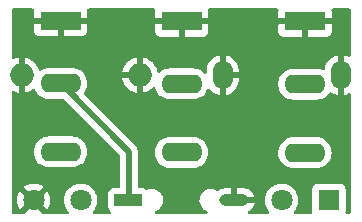
<source format=gbr>
%TF.GenerationSoftware,KiCad,Pcbnew,(6.0.2-0)*%
%TF.CreationDate,2022-07-29T18:45:40+02:00*%
%TF.ProjectId,2xMixer,32784d69-7865-4722-9e6b-696361645f70,rev?*%
%TF.SameCoordinates,Original*%
%TF.FileFunction,Copper,L2,Bot*%
%TF.FilePolarity,Positive*%
%FSLAX46Y46*%
G04 Gerber Fmt 4.6, Leading zero omitted, Abs format (unit mm)*
G04 Created by KiCad (PCBNEW (6.0.2-0)) date 2022-07-29 18:45:40*
%MOMM*%
%LPD*%
G01*
G04 APERTURE LIST*
%TA.AperFunction,ComponentPad*%
%ADD10R,3.500000X1.600000*%
%TD*%
%TA.AperFunction,ComponentPad*%
%ADD11O,3.500000X1.600000*%
%TD*%
%TA.AperFunction,ComponentPad*%
%ADD12O,2.000000X2.000000*%
%TD*%
%TA.AperFunction,ComponentPad*%
%ADD13R,2.400000X1.000000*%
%TD*%
%TA.AperFunction,ComponentPad*%
%ADD14C,1.800000*%
%TD*%
%TA.AperFunction,ComponentPad*%
%ADD15O,1.700000X2.400000*%
%TD*%
%TA.AperFunction,ComponentPad*%
%ADD16R,1.800000X1.800000*%
%TD*%
%TA.AperFunction,ComponentPad*%
%ADD17O,2.500000X1.000000*%
%TD*%
%TA.AperFunction,Conductor*%
%ADD18C,0.500000*%
%TD*%
G04 APERTURE END LIST*
D10*
%TO.P,J1,S*%
%TO.N,GND*%
X133200000Y-66212500D03*
D11*
%TO.P,J1,T*%
%TO.N,Net-(J1-PadT)*%
X133200000Y-71512500D03*
%TO.P,J1,TN*%
%TO.N,unconnected-(J1-PadTN)*%
X133200000Y-77312500D03*
%TD*%
D10*
%TO.P,J2,S*%
%TO.N,GND*%
X112500000Y-66150000D03*
D11*
%TO.P,J2,T*%
%TO.N,Net-(J2-PadT)*%
X112500000Y-71450000D03*
%TO.P,J2,TN*%
%TO.N,unconnected-(J2-PadTN)*%
X112500000Y-77250000D03*
%TD*%
D10*
%TO.P,J3,S*%
%TO.N,GND*%
X122750000Y-66190000D03*
D11*
%TO.P,J3,T*%
%TO.N,Net-(J3-PadT)*%
X122750000Y-71490000D03*
%TO.P,J3,TN*%
%TO.N,unconnected-(J3-PadTN)*%
X122750000Y-77290000D03*
%TD*%
D12*
%TO.P,RV2,*%
%TO.N,GND*%
X109225000Y-70750000D03*
X119225000Y-70750000D03*
D13*
%TO.P,RV2,1,1*%
%TO.N,Net-(J2-PadT)*%
X118225000Y-81350000D03*
D14*
%TO.P,RV2,2,2*%
%TO.N,Net-(R2-Pad1)*%
X114213000Y-81350000D03*
%TO.P,RV2,3,3*%
%TO.N,GND*%
X110225000Y-81350000D03*
%TD*%
D15*
%TO.P,RV1,*%
%TO.N,GND*%
X136225000Y-70750000D03*
X126225000Y-70750000D03*
D16*
%TO.P,RV1,1,1*%
%TO.N,Net-(J1-PadT)*%
X135225000Y-81350000D03*
D14*
%TO.P,RV1,2,2*%
%TO.N,Net-(R1-Pad1)*%
X131213000Y-81350000D03*
D17*
%TO.P,RV1,3,3*%
%TO.N,GND*%
X127225000Y-81350000D03*
%TD*%
D18*
%TO.N,Net-(J2-PadT)*%
X118300000Y-81400000D02*
X118300000Y-77250000D01*
X118300000Y-77250000D02*
X112500000Y-71450000D01*
%TD*%
%TA.AperFunction,Conductor*%
%TO.N,GND*%
G36*
X110190757Y-65128002D02*
G01*
X110237250Y-65181658D01*
X110247899Y-65247607D01*
X110242369Y-65298512D01*
X110242000Y-65305328D01*
X110242000Y-65877885D01*
X110246475Y-65893124D01*
X110247865Y-65894329D01*
X110255548Y-65896000D01*
X114739884Y-65896000D01*
X114755123Y-65891525D01*
X114756328Y-65890135D01*
X114757999Y-65882452D01*
X114757999Y-65305331D01*
X114757630Y-65298512D01*
X114752100Y-65247606D01*
X114764629Y-65177724D01*
X114812950Y-65125709D01*
X114877363Y-65108000D01*
X120381352Y-65108000D01*
X120449473Y-65128002D01*
X120495966Y-65181658D01*
X120506070Y-65251932D01*
X120502829Y-65264585D01*
X120503349Y-65264709D01*
X120497895Y-65287649D01*
X120492369Y-65338514D01*
X120492000Y-65345328D01*
X120492000Y-65917885D01*
X120496475Y-65933124D01*
X120497865Y-65934329D01*
X120505548Y-65936000D01*
X124989884Y-65936000D01*
X125005123Y-65931525D01*
X125006328Y-65930135D01*
X125007999Y-65922452D01*
X125007999Y-65345331D01*
X125007629Y-65338510D01*
X125002105Y-65287648D01*
X124996651Y-65264707D01*
X124999625Y-65264000D01*
X124995482Y-65207426D01*
X125029401Y-65145056D01*
X125091655Y-65110925D01*
X125118648Y-65108000D01*
X130839787Y-65108000D01*
X130907908Y-65128002D01*
X130954401Y-65181658D01*
X130964505Y-65251932D01*
X130957769Y-65278230D01*
X130951522Y-65294895D01*
X130947895Y-65310149D01*
X130942369Y-65361014D01*
X130942000Y-65367828D01*
X130942000Y-65940385D01*
X130946475Y-65955624D01*
X130947865Y-65956829D01*
X130955548Y-65958500D01*
X135439884Y-65958500D01*
X135455123Y-65954025D01*
X135456328Y-65952635D01*
X135457999Y-65944952D01*
X135457999Y-65367831D01*
X135457629Y-65361010D01*
X135452105Y-65310148D01*
X135448479Y-65294897D01*
X135442231Y-65278230D01*
X135437048Y-65207423D01*
X135470968Y-65145054D01*
X135533223Y-65110925D01*
X135560213Y-65108000D01*
X136941000Y-65108000D01*
X137009121Y-65128002D01*
X137055614Y-65181658D01*
X137067000Y-65234000D01*
X137067000Y-69099207D01*
X137046998Y-69167328D01*
X136993342Y-69213821D01*
X136923068Y-69223925D01*
X136883895Y-69211524D01*
X136742516Y-69139643D01*
X136732665Y-69135643D01*
X136522760Y-69070466D01*
X136512376Y-69068183D01*
X136496957Y-69066139D01*
X136482793Y-69068335D01*
X136479000Y-69081522D01*
X136479000Y-72416192D01*
X136482973Y-72429723D01*
X136493580Y-72431248D01*
X136611421Y-72406523D01*
X136621617Y-72403463D01*
X136826029Y-72322737D01*
X136835561Y-72318006D01*
X136875634Y-72293689D01*
X136944248Y-72275450D01*
X137011830Y-72297201D01*
X137056925Y-72352037D01*
X137067000Y-72401408D01*
X137067000Y-82366000D01*
X137046998Y-82434121D01*
X136993342Y-82480614D01*
X136941000Y-82492000D01*
X136752869Y-82492000D01*
X136684748Y-82471998D01*
X136638255Y-82418342D01*
X136627606Y-82352393D01*
X136633131Y-82301533D01*
X136633131Y-82301529D01*
X136633500Y-82298134D01*
X136633500Y-80401866D01*
X136626745Y-80339684D01*
X136575615Y-80203295D01*
X136488261Y-80086739D01*
X136371705Y-79999385D01*
X136235316Y-79948255D01*
X136173134Y-79941500D01*
X134276866Y-79941500D01*
X134214684Y-79948255D01*
X134078295Y-79999385D01*
X133961739Y-80086739D01*
X133874385Y-80203295D01*
X133823255Y-80339684D01*
X133816500Y-80401866D01*
X133816500Y-82298134D01*
X133816869Y-82301529D01*
X133816869Y-82301533D01*
X133822394Y-82352393D01*
X133809866Y-82422275D01*
X133761545Y-82474291D01*
X133697131Y-82492000D01*
X132367461Y-82492000D01*
X132299340Y-82471998D01*
X132252847Y-82418342D01*
X132242743Y-82348068D01*
X132272237Y-82283488D01*
X132278523Y-82276747D01*
X132285643Y-82269652D01*
X132289303Y-82266005D01*
X132424458Y-82077917D01*
X132426879Y-82073020D01*
X132524784Y-81874922D01*
X132524785Y-81874920D01*
X132527078Y-81870280D01*
X132594408Y-81648671D01*
X132624640Y-81419041D01*
X132624723Y-81415663D01*
X132626245Y-81353365D01*
X132626245Y-81353361D01*
X132626327Y-81350000D01*
X132614112Y-81201425D01*
X132607773Y-81124318D01*
X132607772Y-81124312D01*
X132607349Y-81119167D01*
X132573797Y-80985592D01*
X132552184Y-80899544D01*
X132552183Y-80899540D01*
X132550925Y-80894533D01*
X132539017Y-80867146D01*
X132460630Y-80686868D01*
X132460628Y-80686865D01*
X132458570Y-80682131D01*
X132332764Y-80487665D01*
X132316204Y-80469465D01*
X132254693Y-80401866D01*
X132176887Y-80316358D01*
X132172836Y-80313159D01*
X132172832Y-80313155D01*
X131999177Y-80176011D01*
X131999172Y-80176008D01*
X131995123Y-80172810D01*
X131990607Y-80170317D01*
X131990604Y-80170315D01*
X131796879Y-80063373D01*
X131796875Y-80063371D01*
X131792355Y-80060876D01*
X131787486Y-80059152D01*
X131787482Y-80059150D01*
X131578903Y-79985288D01*
X131578899Y-79985287D01*
X131574028Y-79983562D01*
X131568935Y-79982655D01*
X131568932Y-79982654D01*
X131351095Y-79943851D01*
X131351089Y-79943850D01*
X131346006Y-79942945D01*
X131273096Y-79942054D01*
X131119581Y-79940179D01*
X131119579Y-79940179D01*
X131114411Y-79940116D01*
X130885464Y-79975150D01*
X130665314Y-80047106D01*
X130660726Y-80049494D01*
X130660722Y-80049496D01*
X130464461Y-80151663D01*
X130459872Y-80154052D01*
X130455739Y-80157155D01*
X130455736Y-80157157D01*
X130383088Y-80211703D01*
X130274655Y-80293117D01*
X130225193Y-80344876D01*
X130151494Y-80421998D01*
X130114639Y-80460564D01*
X130111725Y-80464836D01*
X130111724Y-80464837D01*
X130075695Y-80517654D01*
X129984119Y-80651899D01*
X129886602Y-80861981D01*
X129824707Y-81085169D01*
X129800095Y-81315469D01*
X129800392Y-81320622D01*
X129800392Y-81320625D01*
X129813129Y-81541529D01*
X129813427Y-81546697D01*
X129814564Y-81551743D01*
X129814565Y-81551749D01*
X129844516Y-81684649D01*
X129864346Y-81772642D01*
X129866288Y-81777424D01*
X129866289Y-81777428D01*
X129943557Y-81967715D01*
X129951484Y-81987237D01*
X130072501Y-82184719D01*
X130082741Y-82196540D01*
X130158070Y-82283503D01*
X130187552Y-82348088D01*
X130177437Y-82418361D01*
X130130936Y-82472009D01*
X130062832Y-82492000D01*
X128479755Y-82492000D01*
X128411634Y-82471998D01*
X128365141Y-82418342D01*
X128355037Y-82348068D01*
X128384531Y-82283488D01*
X128420602Y-82254748D01*
X128530077Y-82196540D01*
X128540294Y-82189751D01*
X128683933Y-82072603D01*
X128692637Y-82063959D01*
X128810784Y-81921144D01*
X128817644Y-81910973D01*
X128905804Y-81747924D01*
X128910556Y-81736619D01*
X128946250Y-81621308D01*
X128946456Y-81607205D01*
X128939701Y-81604000D01*
X127097000Y-81604000D01*
X127028879Y-81583998D01*
X126982386Y-81530342D01*
X126971000Y-81478000D01*
X126971000Y-81077885D01*
X127479000Y-81077885D01*
X127483475Y-81093124D01*
X127484865Y-81094329D01*
X127492548Y-81096000D01*
X128932924Y-81096000D01*
X128946455Y-81092027D01*
X128947575Y-81084232D01*
X128915862Y-80976479D01*
X128911269Y-80965111D01*
X128825393Y-80800846D01*
X128818679Y-80790585D01*
X128702532Y-80646127D01*
X128693954Y-80637368D01*
X128551961Y-80518222D01*
X128541841Y-80511292D01*
X128379415Y-80421998D01*
X128368142Y-80417166D01*
X128191462Y-80361120D01*
X128179468Y-80358570D01*
X128035239Y-80342393D01*
X128028215Y-80342000D01*
X127497115Y-80342000D01*
X127481876Y-80346475D01*
X127480671Y-80347865D01*
X127479000Y-80355548D01*
X127479000Y-81077885D01*
X126971000Y-81077885D01*
X126971000Y-80360115D01*
X126966525Y-80344876D01*
X126965135Y-80343671D01*
X126957452Y-80342000D01*
X126428343Y-80342000D01*
X126422195Y-80342301D01*
X126284397Y-80355812D01*
X126272362Y-80358195D01*
X126094924Y-80411767D01*
X126083584Y-80416441D01*
X125919923Y-80503460D01*
X125909701Y-80510252D01*
X125881912Y-80532915D01*
X125816480Y-80560468D01*
X125746539Y-80548272D01*
X125730015Y-80538489D01*
X125695025Y-80513989D01*
X125619619Y-80481358D01*
X125522175Y-80439190D01*
X125522171Y-80439189D01*
X125516316Y-80436655D01*
X125510069Y-80435350D01*
X125510066Y-80435349D01*
X125330443Y-80397824D01*
X125330438Y-80397823D01*
X125325707Y-80396835D01*
X125319315Y-80396500D01*
X125176337Y-80396500D01*
X125107049Y-80403538D01*
X125037622Y-80410590D01*
X125037621Y-80410590D01*
X125031273Y-80411235D01*
X125012347Y-80417166D01*
X124851549Y-80467556D01*
X124851544Y-80467558D01*
X124845459Y-80469465D01*
X124784131Y-80503460D01*
X124680729Y-80560777D01*
X124680726Y-80560779D01*
X124675150Y-80563870D01*
X124670309Y-80568019D01*
X124670305Y-80568022D01*
X124566975Y-80656587D01*
X124527302Y-80690591D01*
X124407954Y-80844453D01*
X124405138Y-80850176D01*
X124405136Y-80850179D01*
X124361608Y-80938640D01*
X124321982Y-81019171D01*
X124320373Y-81025349D01*
X124320372Y-81025351D01*
X124298477Y-81109409D01*
X124272898Y-81207607D01*
X124272564Y-81213986D01*
X124265436Y-81350000D01*
X124262707Y-81402064D01*
X124291825Y-81594599D01*
X124294028Y-81600585D01*
X124294029Y-81600591D01*
X124356860Y-81771360D01*
X124356862Y-81771365D01*
X124359063Y-81777346D01*
X124362425Y-81782768D01*
X124441916Y-81910973D01*
X124461674Y-81942840D01*
X124466055Y-81947473D01*
X124466056Y-81947474D01*
X124529312Y-82014366D01*
X124595466Y-82084322D01*
X124600696Y-82087984D01*
X124600697Y-82087985D01*
X124667391Y-82134684D01*
X124754975Y-82196011D01*
X124869953Y-82245766D01*
X124880576Y-82250363D01*
X124935151Y-82295774D01*
X124956511Y-82363481D01*
X124937875Y-82431988D01*
X124885159Y-82479544D01*
X124830536Y-82492000D01*
X120625528Y-82492000D01*
X120557407Y-82471998D01*
X120510914Y-82418342D01*
X120500810Y-82348068D01*
X120530304Y-82283488D01*
X120587849Y-82245766D01*
X120598450Y-82242444D01*
X120598452Y-82242443D01*
X120604541Y-82240535D01*
X120698193Y-82188622D01*
X120769271Y-82149223D01*
X120769274Y-82149221D01*
X120774850Y-82146130D01*
X120779691Y-82141981D01*
X120779695Y-82141978D01*
X120917855Y-82023560D01*
X120922698Y-82019409D01*
X120951367Y-81982450D01*
X121038131Y-81870594D01*
X121042046Y-81865547D01*
X121082779Y-81782768D01*
X121125200Y-81696556D01*
X121128018Y-81690829D01*
X121137737Y-81653517D01*
X121175492Y-81508575D01*
X121175492Y-81508572D01*
X121177102Y-81502393D01*
X121184417Y-81362811D01*
X121186959Y-81314317D01*
X121186959Y-81314313D01*
X121187293Y-81307936D01*
X121158175Y-81115401D01*
X121155972Y-81109415D01*
X121155971Y-81109409D01*
X121093140Y-80938640D01*
X121093138Y-80938635D01*
X121090937Y-80932654D01*
X121009212Y-80800846D01*
X120991688Y-80772582D01*
X120991687Y-80772581D01*
X120988326Y-80767160D01*
X120969773Y-80747540D01*
X120858919Y-80630315D01*
X120854534Y-80625678D01*
X120765125Y-80563073D01*
X120700259Y-80517654D01*
X120695025Y-80513989D01*
X120619619Y-80481358D01*
X120522175Y-80439190D01*
X120522171Y-80439189D01*
X120516316Y-80436655D01*
X120510069Y-80435350D01*
X120510066Y-80435349D01*
X120330443Y-80397824D01*
X120330438Y-80397823D01*
X120325707Y-80396835D01*
X120319315Y-80396500D01*
X120176337Y-80396500D01*
X120107049Y-80403538D01*
X120037622Y-80410590D01*
X120037621Y-80410590D01*
X120031273Y-80411235D01*
X119850466Y-80467896D01*
X119779482Y-80469180D01*
X119737223Y-80448488D01*
X119695430Y-80417166D01*
X119671705Y-80399385D01*
X119535316Y-80348255D01*
X119473134Y-80341500D01*
X119184500Y-80341500D01*
X119116379Y-80321498D01*
X119069886Y-80267842D01*
X119058500Y-80215500D01*
X119058500Y-77317070D01*
X119059933Y-77298120D01*
X119061169Y-77290000D01*
X120486502Y-77290000D01*
X120506457Y-77518087D01*
X120507881Y-77523400D01*
X120507881Y-77523402D01*
X120511018Y-77535107D01*
X120565716Y-77739243D01*
X120568039Y-77744224D01*
X120568039Y-77744225D01*
X120660151Y-77941762D01*
X120660154Y-77941767D01*
X120662477Y-77946749D01*
X120735902Y-78051611D01*
X120765794Y-78094300D01*
X120793802Y-78134300D01*
X120955700Y-78296198D01*
X120960208Y-78299355D01*
X120960211Y-78299357D01*
X121038389Y-78354098D01*
X121143251Y-78427523D01*
X121148233Y-78429846D01*
X121148238Y-78429849D01*
X121345775Y-78521961D01*
X121350757Y-78524284D01*
X121356065Y-78525706D01*
X121356067Y-78525707D01*
X121566598Y-78582119D01*
X121566600Y-78582119D01*
X121571913Y-78583543D01*
X121671480Y-78592254D01*
X121740149Y-78598262D01*
X121740156Y-78598262D01*
X121742873Y-78598500D01*
X123757127Y-78598500D01*
X123759844Y-78598262D01*
X123759851Y-78598262D01*
X123828520Y-78592254D01*
X123928087Y-78583543D01*
X123933400Y-78582119D01*
X123933402Y-78582119D01*
X124143933Y-78525707D01*
X124143935Y-78525706D01*
X124149243Y-78524284D01*
X124154225Y-78521961D01*
X124351762Y-78429849D01*
X124351767Y-78429846D01*
X124356749Y-78427523D01*
X124461611Y-78354098D01*
X124539789Y-78299357D01*
X124539792Y-78299355D01*
X124544300Y-78296198D01*
X124706198Y-78134300D01*
X124734207Y-78094300D01*
X124764098Y-78051611D01*
X124837523Y-77946749D01*
X124839846Y-77941767D01*
X124839849Y-77941762D01*
X124931961Y-77744225D01*
X124931961Y-77744224D01*
X124934284Y-77739243D01*
X124988983Y-77535107D01*
X124992119Y-77523402D01*
X124992119Y-77523400D01*
X124993543Y-77518087D01*
X125011530Y-77312500D01*
X130936502Y-77312500D01*
X130956457Y-77540587D01*
X131015716Y-77761743D01*
X131018039Y-77766724D01*
X131018039Y-77766725D01*
X131110151Y-77964262D01*
X131110154Y-77964267D01*
X131112477Y-77969249D01*
X131115634Y-77973757D01*
X131224889Y-78129789D01*
X131243802Y-78156800D01*
X131405700Y-78318698D01*
X131410208Y-78321855D01*
X131410211Y-78321857D01*
X131488389Y-78376598D01*
X131593251Y-78450023D01*
X131598233Y-78452346D01*
X131598238Y-78452349D01*
X131794834Y-78544022D01*
X131800757Y-78546784D01*
X131806065Y-78548206D01*
X131806067Y-78548207D01*
X132016598Y-78604619D01*
X132016600Y-78604619D01*
X132021913Y-78606043D01*
X132121480Y-78614754D01*
X132190149Y-78620762D01*
X132190156Y-78620762D01*
X132192873Y-78621000D01*
X134207127Y-78621000D01*
X134209844Y-78620762D01*
X134209851Y-78620762D01*
X134278520Y-78614754D01*
X134378087Y-78606043D01*
X134383400Y-78604619D01*
X134383402Y-78604619D01*
X134593933Y-78548207D01*
X134593935Y-78548206D01*
X134599243Y-78546784D01*
X134605166Y-78544022D01*
X134801762Y-78452349D01*
X134801767Y-78452346D01*
X134806749Y-78450023D01*
X134911611Y-78376598D01*
X134989789Y-78321857D01*
X134989792Y-78321855D01*
X134994300Y-78318698D01*
X135156198Y-78156800D01*
X135175112Y-78129789D01*
X135284366Y-77973757D01*
X135287523Y-77969249D01*
X135289846Y-77964267D01*
X135289849Y-77964262D01*
X135381961Y-77766725D01*
X135381961Y-77766724D01*
X135384284Y-77761743D01*
X135443543Y-77540587D01*
X135463498Y-77312500D01*
X135443543Y-77084413D01*
X135440838Y-77074319D01*
X135385707Y-76868567D01*
X135385706Y-76868565D01*
X135384284Y-76863257D01*
X135352817Y-76795775D01*
X135289849Y-76660738D01*
X135289846Y-76660733D01*
X135287523Y-76655751D01*
X135156198Y-76468200D01*
X134994300Y-76306302D01*
X134989792Y-76303145D01*
X134989789Y-76303143D01*
X134900529Y-76240643D01*
X134806749Y-76174977D01*
X134801767Y-76172654D01*
X134801762Y-76172651D01*
X134604225Y-76080539D01*
X134604224Y-76080539D01*
X134599243Y-76078216D01*
X134593935Y-76076794D01*
X134593933Y-76076793D01*
X134383402Y-76020381D01*
X134383400Y-76020381D01*
X134378087Y-76018957D01*
X134278520Y-76010246D01*
X134209851Y-76004238D01*
X134209844Y-76004238D01*
X134207127Y-76004000D01*
X132192873Y-76004000D01*
X132190156Y-76004238D01*
X132190149Y-76004238D01*
X132121480Y-76010246D01*
X132021913Y-76018957D01*
X132016600Y-76020381D01*
X132016598Y-76020381D01*
X131806067Y-76076793D01*
X131806065Y-76076794D01*
X131800757Y-76078216D01*
X131795776Y-76080539D01*
X131795775Y-76080539D01*
X131598238Y-76172651D01*
X131598233Y-76172654D01*
X131593251Y-76174977D01*
X131499471Y-76240643D01*
X131410211Y-76303143D01*
X131410208Y-76303145D01*
X131405700Y-76306302D01*
X131243802Y-76468200D01*
X131112477Y-76655751D01*
X131110154Y-76660733D01*
X131110151Y-76660738D01*
X131047183Y-76795775D01*
X131015716Y-76863257D01*
X131014294Y-76868565D01*
X131014293Y-76868567D01*
X130959162Y-77074319D01*
X130956457Y-77084413D01*
X130936502Y-77312500D01*
X125011530Y-77312500D01*
X125013498Y-77290000D01*
X124993543Y-77061913D01*
X124978481Y-77005702D01*
X124935707Y-76846067D01*
X124935706Y-76846065D01*
X124934284Y-76840757D01*
X124901057Y-76769500D01*
X124839849Y-76638238D01*
X124839846Y-76638233D01*
X124837523Y-76633251D01*
X124764098Y-76528389D01*
X124709357Y-76450211D01*
X124709355Y-76450208D01*
X124706198Y-76445700D01*
X124544300Y-76283802D01*
X124539792Y-76280645D01*
X124539789Y-76280643D01*
X124461611Y-76225902D01*
X124356749Y-76152477D01*
X124351767Y-76150154D01*
X124351762Y-76150151D01*
X124154225Y-76058039D01*
X124154224Y-76058039D01*
X124149243Y-76055716D01*
X124143935Y-76054294D01*
X124143933Y-76054293D01*
X123933402Y-75997881D01*
X123933400Y-75997881D01*
X123928087Y-75996457D01*
X123828520Y-75987746D01*
X123759851Y-75981738D01*
X123759844Y-75981738D01*
X123757127Y-75981500D01*
X121742873Y-75981500D01*
X121740156Y-75981738D01*
X121740149Y-75981738D01*
X121671480Y-75987746D01*
X121571913Y-75996457D01*
X121566600Y-75997881D01*
X121566598Y-75997881D01*
X121356067Y-76054293D01*
X121356065Y-76054294D01*
X121350757Y-76055716D01*
X121345776Y-76058039D01*
X121345775Y-76058039D01*
X121148238Y-76150151D01*
X121148233Y-76150154D01*
X121143251Y-76152477D01*
X121038389Y-76225902D01*
X120960211Y-76280643D01*
X120960208Y-76280645D01*
X120955700Y-76283802D01*
X120793802Y-76445700D01*
X120790645Y-76450208D01*
X120790643Y-76450211D01*
X120735902Y-76528389D01*
X120662477Y-76633251D01*
X120660154Y-76638233D01*
X120660151Y-76638238D01*
X120598943Y-76769500D01*
X120565716Y-76840757D01*
X120564294Y-76846065D01*
X120564293Y-76846067D01*
X120521519Y-77005702D01*
X120506457Y-77061913D01*
X120486502Y-77290000D01*
X119061169Y-77290000D01*
X119062099Y-77283885D01*
X119062099Y-77283881D01*
X119063199Y-77276651D01*
X119058915Y-77223982D01*
X119058500Y-77213767D01*
X119058500Y-77205707D01*
X119055209Y-77177480D01*
X119054778Y-77173121D01*
X119049454Y-77107662D01*
X119049453Y-77107659D01*
X119048860Y-77100364D01*
X119046604Y-77093400D01*
X119045417Y-77087461D01*
X119044030Y-77081590D01*
X119043182Y-77074319D01*
X119040686Y-77067443D01*
X119040684Y-77067434D01*
X119018275Y-77005702D01*
X119016865Y-77001598D01*
X118994352Y-76932101D01*
X118990556Y-76925846D01*
X118988057Y-76920387D01*
X118985329Y-76914939D01*
X118982833Y-76908063D01*
X118942805Y-76847010D01*
X118940481Y-76843327D01*
X118935899Y-76835775D01*
X118911626Y-76795775D01*
X118905504Y-76785686D01*
X118905501Y-76785682D01*
X118902595Y-76780893D01*
X118898886Y-76776694D01*
X118898883Y-76776689D01*
X118895197Y-76772516D01*
X118895224Y-76772492D01*
X118892571Y-76769500D01*
X118889868Y-76766267D01*
X118885856Y-76760148D01*
X118829617Y-76706872D01*
X118827175Y-76704494D01*
X114514807Y-72392126D01*
X114480781Y-72329814D01*
X114485846Y-72258999D01*
X114500689Y-72230760D01*
X114506994Y-72221756D01*
X114587523Y-72106749D01*
X114589846Y-72101767D01*
X114589849Y-72101762D01*
X114681961Y-71904225D01*
X114681961Y-71904224D01*
X114684284Y-71899243D01*
X114728265Y-71735107D01*
X114742119Y-71683402D01*
X114742119Y-71683400D01*
X114743543Y-71678087D01*
X114763498Y-71450000D01*
X114743543Y-71221913D01*
X114741057Y-71212634D01*
X114688752Y-71017431D01*
X117738353Y-71017431D01*
X117785218Y-71212634D01*
X117788264Y-71222008D01*
X117875313Y-71432163D01*
X117879795Y-71440958D01*
X117998643Y-71634899D01*
X118004443Y-71642883D01*
X118152178Y-71815858D01*
X118159142Y-71822822D01*
X118332117Y-71970557D01*
X118340101Y-71976357D01*
X118534042Y-72095205D01*
X118542837Y-72099687D01*
X118752992Y-72186736D01*
X118762366Y-72189782D01*
X118953385Y-72235642D01*
X118967469Y-72234937D01*
X118971000Y-72226056D01*
X118971000Y-72221756D01*
X119479000Y-72221756D01*
X119482973Y-72235287D01*
X119492431Y-72236647D01*
X119687634Y-72189782D01*
X119697008Y-72186736D01*
X119907163Y-72099687D01*
X119915958Y-72095205D01*
X120109899Y-71976357D01*
X120117883Y-71970557D01*
X120290858Y-71822822D01*
X120297822Y-71815858D01*
X120321041Y-71788672D01*
X120380491Y-71749863D01*
X120451486Y-71749357D01*
X120511485Y-71787313D01*
X120538559Y-71837892D01*
X120563864Y-71932330D01*
X120565716Y-71939243D01*
X120568039Y-71944224D01*
X120568039Y-71944225D01*
X120660151Y-72141762D01*
X120660154Y-72141767D01*
X120662477Y-72146749D01*
X120735902Y-72251611D01*
X120782393Y-72318006D01*
X120793802Y-72334300D01*
X120955700Y-72496198D01*
X120960208Y-72499355D01*
X120960211Y-72499357D01*
X121038389Y-72554098D01*
X121143251Y-72627523D01*
X121148233Y-72629846D01*
X121148238Y-72629849D01*
X121345775Y-72721961D01*
X121350757Y-72724284D01*
X121356065Y-72725706D01*
X121356067Y-72725707D01*
X121566598Y-72782119D01*
X121566600Y-72782119D01*
X121571913Y-72783543D01*
X121671480Y-72792254D01*
X121740149Y-72798262D01*
X121740156Y-72798262D01*
X121742873Y-72798500D01*
X123757127Y-72798500D01*
X123759844Y-72798262D01*
X123759851Y-72798262D01*
X123828520Y-72792254D01*
X123928087Y-72783543D01*
X123933400Y-72782119D01*
X123933402Y-72782119D01*
X124143933Y-72725707D01*
X124143935Y-72725706D01*
X124149243Y-72724284D01*
X124154225Y-72721961D01*
X124351762Y-72629849D01*
X124351767Y-72629846D01*
X124356749Y-72627523D01*
X124461611Y-72554098D01*
X124539789Y-72499357D01*
X124539792Y-72499355D01*
X124544300Y-72496198D01*
X124706198Y-72334300D01*
X124717608Y-72318006D01*
X124764098Y-72251611D01*
X124837523Y-72146749D01*
X124839847Y-72141764D01*
X124839851Y-72141758D01*
X124929525Y-71949449D01*
X124976442Y-71896163D01*
X125044719Y-71876702D01*
X125112679Y-71897244D01*
X125148240Y-71932330D01*
X125159853Y-71949580D01*
X125166519Y-71957870D01*
X125318228Y-72116900D01*
X125326186Y-72123941D01*
X125502525Y-72255141D01*
X125511562Y-72260745D01*
X125707484Y-72360357D01*
X125717335Y-72364357D01*
X125927240Y-72429534D01*
X125937624Y-72431817D01*
X125953043Y-72433861D01*
X125967207Y-72431665D01*
X125971000Y-72418478D01*
X125971000Y-72416192D01*
X126479000Y-72416192D01*
X126482973Y-72429723D01*
X126493580Y-72431248D01*
X126611421Y-72406523D01*
X126621617Y-72403463D01*
X126826029Y-72322737D01*
X126835561Y-72318006D01*
X127023462Y-72203984D01*
X127032052Y-72197720D01*
X127198052Y-72053673D01*
X127205472Y-72046042D01*
X127344826Y-71876089D01*
X127350850Y-71867322D01*
X127459576Y-71676318D01*
X127464041Y-71666654D01*
X127519996Y-71512500D01*
X130936502Y-71512500D01*
X130956457Y-71740587D01*
X130957881Y-71745900D01*
X130957881Y-71745902D01*
X130958943Y-71749863D01*
X131015716Y-71961743D01*
X131018039Y-71966724D01*
X131018039Y-71966725D01*
X131110151Y-72164262D01*
X131110154Y-72164267D01*
X131112477Y-72169249D01*
X131158966Y-72235642D01*
X131224889Y-72329789D01*
X131243802Y-72356800D01*
X131405700Y-72518698D01*
X131410208Y-72521855D01*
X131410211Y-72521857D01*
X131488389Y-72576598D01*
X131593251Y-72650023D01*
X131598233Y-72652346D01*
X131598238Y-72652349D01*
X131794834Y-72744022D01*
X131800757Y-72746784D01*
X131806065Y-72748206D01*
X131806067Y-72748207D01*
X132016598Y-72804619D01*
X132016600Y-72804619D01*
X132021913Y-72806043D01*
X132121480Y-72814754D01*
X132190149Y-72820762D01*
X132190156Y-72820762D01*
X132192873Y-72821000D01*
X134207127Y-72821000D01*
X134209844Y-72820762D01*
X134209851Y-72820762D01*
X134278520Y-72814754D01*
X134378087Y-72806043D01*
X134383400Y-72804619D01*
X134383402Y-72804619D01*
X134593933Y-72748207D01*
X134593935Y-72748206D01*
X134599243Y-72746784D01*
X134605166Y-72744022D01*
X134801762Y-72652349D01*
X134801767Y-72652346D01*
X134806749Y-72650023D01*
X134911611Y-72576598D01*
X134989789Y-72521857D01*
X134989792Y-72521855D01*
X134994300Y-72518698D01*
X135156198Y-72356800D01*
X135175112Y-72329789D01*
X135247242Y-72226776D01*
X135302699Y-72182448D01*
X135373319Y-72175139D01*
X135425668Y-72197958D01*
X135502525Y-72255141D01*
X135511562Y-72260745D01*
X135707484Y-72360357D01*
X135717335Y-72364357D01*
X135927240Y-72429534D01*
X135937624Y-72431817D01*
X135953043Y-72433861D01*
X135967207Y-72431665D01*
X135971000Y-72418478D01*
X135971000Y-69083808D01*
X135967027Y-69070277D01*
X135956420Y-69068752D01*
X135838579Y-69093477D01*
X135828383Y-69096537D01*
X135623971Y-69177263D01*
X135614439Y-69181994D01*
X135426538Y-69296016D01*
X135417948Y-69302280D01*
X135251948Y-69446327D01*
X135244528Y-69453958D01*
X135105174Y-69623911D01*
X135099150Y-69632678D01*
X134990424Y-69823682D01*
X134985959Y-69833346D01*
X134910969Y-70039941D01*
X134908198Y-70050208D01*
X134875236Y-70232491D01*
X134843432Y-70295965D01*
X134782359Y-70332168D01*
X134711409Y-70329606D01*
X134697998Y-70324265D01*
X134604230Y-70280541D01*
X134604225Y-70280539D01*
X134599243Y-70278216D01*
X134593935Y-70276794D01*
X134593933Y-70276793D01*
X134383402Y-70220381D01*
X134383400Y-70220381D01*
X134378087Y-70218957D01*
X134278520Y-70210246D01*
X134209851Y-70204238D01*
X134209844Y-70204238D01*
X134207127Y-70204000D01*
X132192873Y-70204000D01*
X132190156Y-70204238D01*
X132190149Y-70204238D01*
X132121480Y-70210246D01*
X132021913Y-70218957D01*
X132016600Y-70220381D01*
X132016598Y-70220381D01*
X131806067Y-70276793D01*
X131806065Y-70276794D01*
X131800757Y-70278216D01*
X131795776Y-70280539D01*
X131795775Y-70280539D01*
X131598238Y-70372651D01*
X131598233Y-70372654D01*
X131593251Y-70374977D01*
X131499471Y-70440643D01*
X131410211Y-70503143D01*
X131410208Y-70503145D01*
X131405700Y-70506302D01*
X131243802Y-70668200D01*
X131112477Y-70855751D01*
X131110154Y-70860733D01*
X131110151Y-70860738D01*
X131026208Y-71040757D01*
X131015716Y-71063257D01*
X131014294Y-71068565D01*
X131014293Y-71068567D01*
X130970409Y-71232345D01*
X130956457Y-71284413D01*
X130936502Y-71512500D01*
X127519996Y-71512500D01*
X127539031Y-71460059D01*
X127541802Y-71449792D01*
X127581123Y-71232345D01*
X127582056Y-71224116D01*
X127582930Y-71205598D01*
X127583000Y-71202623D01*
X127583000Y-71022115D01*
X127578525Y-71006876D01*
X127577135Y-71005671D01*
X127569452Y-71004000D01*
X126497115Y-71004000D01*
X126481876Y-71008475D01*
X126480671Y-71009865D01*
X126479000Y-71017548D01*
X126479000Y-72416192D01*
X125971000Y-72416192D01*
X125971000Y-70477885D01*
X126479000Y-70477885D01*
X126483475Y-70493124D01*
X126484865Y-70494329D01*
X126492548Y-70496000D01*
X127564885Y-70496000D01*
X127580124Y-70491525D01*
X127581329Y-70490135D01*
X127583000Y-70482452D01*
X127583000Y-70344794D01*
X127582775Y-70339485D01*
X127568876Y-70175675D01*
X127567086Y-70165203D01*
X127511870Y-69952465D01*
X127508335Y-69942425D01*
X127418063Y-69742030D01*
X127412894Y-69732744D01*
X127290150Y-69550425D01*
X127283481Y-69542130D01*
X127131772Y-69383100D01*
X127123814Y-69376059D01*
X126947475Y-69244859D01*
X126938438Y-69239255D01*
X126742516Y-69139643D01*
X126732665Y-69135643D01*
X126522760Y-69070466D01*
X126512376Y-69068183D01*
X126496957Y-69066139D01*
X126482793Y-69068335D01*
X126479000Y-69081522D01*
X126479000Y-70477885D01*
X125971000Y-70477885D01*
X125971000Y-69083808D01*
X125967027Y-69070277D01*
X125956420Y-69068752D01*
X125838579Y-69093477D01*
X125828383Y-69096537D01*
X125623971Y-69177263D01*
X125614439Y-69181994D01*
X125426538Y-69296016D01*
X125417948Y-69302280D01*
X125251948Y-69446327D01*
X125244528Y-69453958D01*
X125105174Y-69623911D01*
X125099150Y-69632678D01*
X124990424Y-69823682D01*
X124985959Y-69833346D01*
X124910969Y-70039941D01*
X124908198Y-70050208D01*
X124868877Y-70267655D01*
X124867944Y-70275884D01*
X124867070Y-70294402D01*
X124867000Y-70297377D01*
X124867000Y-70502312D01*
X124846998Y-70570433D01*
X124793342Y-70616926D01*
X124723068Y-70627030D01*
X124658488Y-70597536D01*
X124651905Y-70591407D01*
X124544300Y-70483802D01*
X124539792Y-70480645D01*
X124539789Y-70480643D01*
X124461611Y-70425902D01*
X124356749Y-70352477D01*
X124351767Y-70350154D01*
X124351762Y-70350151D01*
X124154225Y-70258039D01*
X124154224Y-70258039D01*
X124149243Y-70255716D01*
X124143935Y-70254294D01*
X124143933Y-70254293D01*
X123933402Y-70197881D01*
X123933400Y-70197881D01*
X123928087Y-70196457D01*
X123828520Y-70187746D01*
X123759851Y-70181738D01*
X123759844Y-70181738D01*
X123757127Y-70181500D01*
X121742873Y-70181500D01*
X121740156Y-70181738D01*
X121740149Y-70181738D01*
X121671480Y-70187746D01*
X121571913Y-70196457D01*
X121566600Y-70197881D01*
X121566598Y-70197881D01*
X121356067Y-70254293D01*
X121356065Y-70254294D01*
X121350757Y-70255716D01*
X121345776Y-70258039D01*
X121345775Y-70258039D01*
X121148238Y-70350151D01*
X121148233Y-70350154D01*
X121143251Y-70352477D01*
X121038389Y-70425902D01*
X120960211Y-70480643D01*
X120960208Y-70480645D01*
X120955700Y-70483802D01*
X120918225Y-70521277D01*
X120855913Y-70555303D01*
X120785098Y-70550238D01*
X120728262Y-70507691D01*
X120706611Y-70461596D01*
X120664783Y-70287373D01*
X120661734Y-70277988D01*
X120574687Y-70067837D01*
X120570205Y-70059042D01*
X120451357Y-69865101D01*
X120445557Y-69857117D01*
X120297822Y-69684142D01*
X120290858Y-69677178D01*
X120117883Y-69529443D01*
X120109899Y-69523643D01*
X119915958Y-69404795D01*
X119907163Y-69400313D01*
X119697008Y-69313264D01*
X119687634Y-69310218D01*
X119496615Y-69264358D01*
X119482531Y-69265063D01*
X119479000Y-69273944D01*
X119479000Y-72221756D01*
X118971000Y-72221756D01*
X118971000Y-71022115D01*
X118966525Y-71006876D01*
X118965135Y-71005671D01*
X118957452Y-71004000D01*
X117753244Y-71004000D01*
X117739713Y-71007973D01*
X117738353Y-71017431D01*
X114688752Y-71017431D01*
X114685707Y-71006067D01*
X114685706Y-71006065D01*
X114684284Y-71000757D01*
X114681961Y-70995775D01*
X114589849Y-70798238D01*
X114589846Y-70798233D01*
X114587523Y-70793251D01*
X114497232Y-70664303D01*
X114459357Y-70610211D01*
X114459355Y-70610208D01*
X114456198Y-70605700D01*
X114328883Y-70478385D01*
X117739358Y-70478385D01*
X117740063Y-70492469D01*
X117748944Y-70496000D01*
X118952885Y-70496000D01*
X118968124Y-70491525D01*
X118969329Y-70490135D01*
X118971000Y-70482452D01*
X118971000Y-69278244D01*
X118967027Y-69264713D01*
X118957569Y-69263353D01*
X118762366Y-69310218D01*
X118752992Y-69313264D01*
X118542837Y-69400313D01*
X118534042Y-69404795D01*
X118340101Y-69523643D01*
X118332117Y-69529443D01*
X118159142Y-69677178D01*
X118152178Y-69684142D01*
X118004443Y-69857117D01*
X117998643Y-69865101D01*
X117879795Y-70059042D01*
X117875313Y-70067837D01*
X117788264Y-70277992D01*
X117785218Y-70287366D01*
X117739358Y-70478385D01*
X114328883Y-70478385D01*
X114294300Y-70443802D01*
X114289792Y-70440645D01*
X114289789Y-70440643D01*
X114168383Y-70355634D01*
X114106749Y-70312477D01*
X114101767Y-70310154D01*
X114101762Y-70310151D01*
X113904225Y-70218039D01*
X113904224Y-70218039D01*
X113899243Y-70215716D01*
X113893935Y-70214294D01*
X113893933Y-70214293D01*
X113683402Y-70157881D01*
X113683400Y-70157881D01*
X113678087Y-70156457D01*
X113578520Y-70147746D01*
X113509851Y-70141738D01*
X113509844Y-70141738D01*
X113507127Y-70141500D01*
X111492873Y-70141500D01*
X111490156Y-70141738D01*
X111490149Y-70141738D01*
X111421480Y-70147746D01*
X111321913Y-70156457D01*
X111316600Y-70157881D01*
X111316598Y-70157881D01*
X111106067Y-70214293D01*
X111106065Y-70214294D01*
X111100757Y-70215716D01*
X111095776Y-70218039D01*
X111095775Y-70218039D01*
X110898238Y-70310151D01*
X110898233Y-70310154D01*
X110893251Y-70312477D01*
X110859437Y-70336154D01*
X110853257Y-70340481D01*
X110785983Y-70363168D01*
X110717123Y-70345883D01*
X110668539Y-70294113D01*
X110663754Y-70282509D01*
X110663628Y-70282561D01*
X110574687Y-70067837D01*
X110570205Y-70059042D01*
X110451357Y-69865101D01*
X110445557Y-69857117D01*
X110297822Y-69684142D01*
X110290858Y-69677178D01*
X110117883Y-69529443D01*
X110109899Y-69523643D01*
X109915958Y-69404795D01*
X109907163Y-69400313D01*
X109697008Y-69313264D01*
X109687634Y-69310218D01*
X109496615Y-69264358D01*
X109482531Y-69265063D01*
X109479000Y-69273944D01*
X109479000Y-72221756D01*
X109482973Y-72235287D01*
X109492431Y-72236647D01*
X109687634Y-72189782D01*
X109697008Y-72186736D01*
X109907163Y-72099687D01*
X109915958Y-72095205D01*
X110109899Y-71976357D01*
X110117890Y-71970552D01*
X110157152Y-71937019D01*
X110221941Y-71907988D01*
X110292141Y-71918593D01*
X110345464Y-71965468D01*
X110353177Y-71979580D01*
X110410151Y-72101762D01*
X110410154Y-72101767D01*
X110412477Y-72106749D01*
X110476176Y-72197720D01*
X110502481Y-72235287D01*
X110543802Y-72294300D01*
X110705700Y-72456198D01*
X110710208Y-72459355D01*
X110710211Y-72459357D01*
X110757260Y-72492301D01*
X110893251Y-72587523D01*
X110898233Y-72589846D01*
X110898238Y-72589849D01*
X111095775Y-72681961D01*
X111100757Y-72684284D01*
X111106065Y-72685706D01*
X111106067Y-72685707D01*
X111316598Y-72742119D01*
X111316600Y-72742119D01*
X111321913Y-72743543D01*
X111421480Y-72752254D01*
X111490149Y-72758262D01*
X111490156Y-72758262D01*
X111492873Y-72758500D01*
X112683629Y-72758500D01*
X112751750Y-72778502D01*
X112772724Y-72795405D01*
X117504595Y-77527276D01*
X117538621Y-77589588D01*
X117541500Y-77616371D01*
X117541500Y-80215500D01*
X117521498Y-80283621D01*
X117467842Y-80330114D01*
X117415500Y-80341500D01*
X116976866Y-80341500D01*
X116914684Y-80348255D01*
X116778295Y-80399385D01*
X116661739Y-80486739D01*
X116574385Y-80603295D01*
X116523255Y-80739684D01*
X116516500Y-80801866D01*
X116516500Y-81898134D01*
X116523255Y-81960316D01*
X116574385Y-82096705D01*
X116661739Y-82213261D01*
X116668919Y-82218642D01*
X116668920Y-82218643D01*
X116731006Y-82265174D01*
X116773521Y-82322033D01*
X116778547Y-82392852D01*
X116744487Y-82455145D01*
X116682155Y-82489135D01*
X116655441Y-82492000D01*
X115367461Y-82492000D01*
X115299340Y-82471998D01*
X115252847Y-82418342D01*
X115242743Y-82348068D01*
X115272237Y-82283488D01*
X115278523Y-82276747D01*
X115285643Y-82269652D01*
X115289303Y-82266005D01*
X115424458Y-82077917D01*
X115426879Y-82073020D01*
X115524784Y-81874922D01*
X115524785Y-81874920D01*
X115527078Y-81870280D01*
X115594408Y-81648671D01*
X115624640Y-81419041D01*
X115624723Y-81415663D01*
X115626245Y-81353365D01*
X115626245Y-81353361D01*
X115626327Y-81350000D01*
X115614112Y-81201425D01*
X115607773Y-81124318D01*
X115607772Y-81124312D01*
X115607349Y-81119167D01*
X115573797Y-80985592D01*
X115552184Y-80899544D01*
X115552183Y-80899540D01*
X115550925Y-80894533D01*
X115539017Y-80867146D01*
X115460630Y-80686868D01*
X115460628Y-80686865D01*
X115458570Y-80682131D01*
X115332764Y-80487665D01*
X115316204Y-80469465D01*
X115254693Y-80401866D01*
X115176887Y-80316358D01*
X115172836Y-80313159D01*
X115172832Y-80313155D01*
X114999177Y-80176011D01*
X114999172Y-80176008D01*
X114995123Y-80172810D01*
X114990607Y-80170317D01*
X114990604Y-80170315D01*
X114796879Y-80063373D01*
X114796875Y-80063371D01*
X114792355Y-80060876D01*
X114787486Y-80059152D01*
X114787482Y-80059150D01*
X114578903Y-79985288D01*
X114578899Y-79985287D01*
X114574028Y-79983562D01*
X114568935Y-79982655D01*
X114568932Y-79982654D01*
X114351095Y-79943851D01*
X114351089Y-79943850D01*
X114346006Y-79942945D01*
X114273096Y-79942054D01*
X114119581Y-79940179D01*
X114119579Y-79940179D01*
X114114411Y-79940116D01*
X113885464Y-79975150D01*
X113665314Y-80047106D01*
X113660726Y-80049494D01*
X113660722Y-80049496D01*
X113464461Y-80151663D01*
X113459872Y-80154052D01*
X113455739Y-80157155D01*
X113455736Y-80157157D01*
X113383088Y-80211703D01*
X113274655Y-80293117D01*
X113225193Y-80344876D01*
X113151494Y-80421998D01*
X113114639Y-80460564D01*
X113111725Y-80464836D01*
X113111724Y-80464837D01*
X113075695Y-80517654D01*
X112984119Y-80651899D01*
X112886602Y-80861981D01*
X112824707Y-81085169D01*
X112800095Y-81315469D01*
X112800392Y-81320622D01*
X112800392Y-81320625D01*
X112813129Y-81541529D01*
X112813427Y-81546697D01*
X112814564Y-81551743D01*
X112814565Y-81551749D01*
X112844516Y-81684649D01*
X112864346Y-81772642D01*
X112866288Y-81777424D01*
X112866289Y-81777428D01*
X112943557Y-81967715D01*
X112951484Y-81987237D01*
X113072501Y-82184719D01*
X113082741Y-82196540D01*
X113158070Y-82283503D01*
X113187552Y-82348088D01*
X113177437Y-82418361D01*
X113130936Y-82472009D01*
X113062832Y-82492000D01*
X111059980Y-82492000D01*
X110991859Y-82471998D01*
X110970884Y-82455095D01*
X110237811Y-81722021D01*
X110223868Y-81714408D01*
X110222034Y-81714539D01*
X110215420Y-81718790D01*
X109479116Y-82455095D01*
X109416803Y-82489120D01*
X109390020Y-82492000D01*
X108484000Y-82492000D01*
X108415879Y-82471998D01*
X108369386Y-82418342D01*
X108358000Y-82366000D01*
X108358000Y-81320638D01*
X108812893Y-81320638D01*
X108825627Y-81541468D01*
X108827061Y-81551670D01*
X108875685Y-81767439D01*
X108878773Y-81777292D01*
X108961986Y-81982220D01*
X108966634Y-81991421D01*
X109055097Y-82135781D01*
X109065553Y-82145242D01*
X109074331Y-82141458D01*
X109852979Y-81362811D01*
X109859356Y-81351132D01*
X110589408Y-81351132D01*
X110589539Y-81352966D01*
X110593790Y-81359580D01*
X111371307Y-82137096D01*
X111383313Y-82143652D01*
X111395052Y-82134684D01*
X111433010Y-82081859D01*
X111438321Y-82073020D01*
X111536318Y-81874737D01*
X111540117Y-81865142D01*
X111604415Y-81653517D01*
X111606594Y-81643436D01*
X111635702Y-81422338D01*
X111636221Y-81415663D01*
X111637744Y-81353364D01*
X111637550Y-81346646D01*
X111619279Y-81124400D01*
X111617596Y-81114238D01*
X111563710Y-80899708D01*
X111560389Y-80889953D01*
X111472193Y-80687118D01*
X111467315Y-80678020D01*
X111394224Y-80565038D01*
X111383538Y-80555835D01*
X111373973Y-80560238D01*
X110597021Y-81337189D01*
X110589408Y-81351132D01*
X109859356Y-81351132D01*
X109860592Y-81348868D01*
X109860461Y-81347034D01*
X109856210Y-81340420D01*
X109078862Y-80563073D01*
X109067330Y-80556776D01*
X109055048Y-80566399D01*
X108999467Y-80647877D01*
X108994379Y-80656833D01*
X108901252Y-80857459D01*
X108897689Y-80867146D01*
X108838581Y-81080280D01*
X108836650Y-81090400D01*
X108813145Y-81310349D01*
X108812893Y-81320638D01*
X108358000Y-81320638D01*
X108358000Y-80190711D01*
X109430508Y-80190711D01*
X109437251Y-80203040D01*
X110212189Y-80977979D01*
X110226132Y-80985592D01*
X110227966Y-80985461D01*
X110234580Y-80981210D01*
X111013994Y-80201795D01*
X111021011Y-80188944D01*
X111013237Y-80178274D01*
X111010902Y-80176430D01*
X111002320Y-80170729D01*
X110808678Y-80063833D01*
X110799272Y-80059606D01*
X110590772Y-79985772D01*
X110580809Y-79983140D01*
X110363047Y-79944350D01*
X110352796Y-79943381D01*
X110131616Y-79940679D01*
X110121332Y-79941399D01*
X109902693Y-79974855D01*
X109892666Y-79977244D01*
X109682426Y-80045961D01*
X109672916Y-80049958D01*
X109476725Y-80152089D01*
X109468007Y-80157578D01*
X109438961Y-80179386D01*
X109430508Y-80190711D01*
X108358000Y-80190711D01*
X108358000Y-77250000D01*
X110236502Y-77250000D01*
X110256457Y-77478087D01*
X110257881Y-77483400D01*
X110257881Y-77483402D01*
X110271736Y-77535107D01*
X110315716Y-77699243D01*
X110318039Y-77704224D01*
X110318039Y-77704225D01*
X110410151Y-77901762D01*
X110410154Y-77901767D01*
X110412477Y-77906749D01*
X110543802Y-78094300D01*
X110705700Y-78256198D01*
X110710208Y-78259355D01*
X110710211Y-78259357D01*
X110757260Y-78292301D01*
X110893251Y-78387523D01*
X110898233Y-78389846D01*
X110898238Y-78389849D01*
X111095775Y-78481961D01*
X111100757Y-78484284D01*
X111106065Y-78485706D01*
X111106067Y-78485707D01*
X111316598Y-78542119D01*
X111316600Y-78542119D01*
X111321913Y-78543543D01*
X111421480Y-78552254D01*
X111490149Y-78558262D01*
X111490156Y-78558262D01*
X111492873Y-78558500D01*
X113507127Y-78558500D01*
X113509844Y-78558262D01*
X113509851Y-78558262D01*
X113578520Y-78552254D01*
X113678087Y-78543543D01*
X113683400Y-78542119D01*
X113683402Y-78542119D01*
X113893933Y-78485707D01*
X113893935Y-78485706D01*
X113899243Y-78484284D01*
X113904225Y-78481961D01*
X114101762Y-78389849D01*
X114101767Y-78389846D01*
X114106749Y-78387523D01*
X114242740Y-78292301D01*
X114289789Y-78259357D01*
X114289792Y-78259355D01*
X114294300Y-78256198D01*
X114456198Y-78094300D01*
X114587523Y-77906749D01*
X114589846Y-77901767D01*
X114589849Y-77901762D01*
X114681961Y-77704225D01*
X114681961Y-77704224D01*
X114684284Y-77699243D01*
X114728265Y-77535107D01*
X114742119Y-77483402D01*
X114742119Y-77483400D01*
X114743543Y-77478087D01*
X114763498Y-77250000D01*
X114743543Y-77021913D01*
X114739199Y-77005702D01*
X114685707Y-76806067D01*
X114685706Y-76806065D01*
X114684284Y-76800757D01*
X114665348Y-76760148D01*
X114589849Y-76598238D01*
X114589846Y-76598233D01*
X114587523Y-76593251D01*
X114487365Y-76450211D01*
X114459357Y-76410211D01*
X114459355Y-76410208D01*
X114456198Y-76405700D01*
X114294300Y-76243802D01*
X114289792Y-76240645D01*
X114289789Y-76240643D01*
X114168383Y-76155634D01*
X114106749Y-76112477D01*
X114101767Y-76110154D01*
X114101762Y-76110151D01*
X113904225Y-76018039D01*
X113904224Y-76018039D01*
X113899243Y-76015716D01*
X113893935Y-76014294D01*
X113893933Y-76014293D01*
X113683402Y-75957881D01*
X113683400Y-75957881D01*
X113678087Y-75956457D01*
X113578520Y-75947746D01*
X113509851Y-75941738D01*
X113509844Y-75941738D01*
X113507127Y-75941500D01*
X111492873Y-75941500D01*
X111490156Y-75941738D01*
X111490149Y-75941738D01*
X111421480Y-75947746D01*
X111321913Y-75956457D01*
X111316600Y-75957881D01*
X111316598Y-75957881D01*
X111106067Y-76014293D01*
X111106065Y-76014294D01*
X111100757Y-76015716D01*
X111095776Y-76018039D01*
X111095775Y-76018039D01*
X110898238Y-76110151D01*
X110898233Y-76110154D01*
X110893251Y-76112477D01*
X110831617Y-76155634D01*
X110710211Y-76240643D01*
X110710208Y-76240645D01*
X110705700Y-76243802D01*
X110543802Y-76405700D01*
X110540645Y-76410208D01*
X110540643Y-76410211D01*
X110512635Y-76450211D01*
X110412477Y-76593251D01*
X110410154Y-76598233D01*
X110410151Y-76598238D01*
X110334652Y-76760148D01*
X110315716Y-76800757D01*
X110314294Y-76806065D01*
X110314293Y-76806067D01*
X110260801Y-77005702D01*
X110256457Y-77021913D01*
X110236502Y-77250000D01*
X108358000Y-77250000D01*
X108358000Y-72211121D01*
X108378002Y-72143000D01*
X108431658Y-72096507D01*
X108501932Y-72086403D01*
X108538218Y-72097907D01*
X108538265Y-72097793D01*
X108539594Y-72098344D01*
X108541201Y-72098853D01*
X108542839Y-72099688D01*
X108752992Y-72186736D01*
X108762366Y-72189782D01*
X108953385Y-72235642D01*
X108967469Y-72234937D01*
X108971000Y-72226056D01*
X108971000Y-69278244D01*
X108967027Y-69264713D01*
X108957569Y-69263353D01*
X108762366Y-69310218D01*
X108752992Y-69313264D01*
X108542839Y-69400312D01*
X108541201Y-69401147D01*
X108540511Y-69401276D01*
X108538265Y-69402207D01*
X108538070Y-69401735D01*
X108471424Y-69414250D01*
X108405640Y-69387549D01*
X108364735Y-69329521D01*
X108358000Y-69288879D01*
X108358000Y-66994669D01*
X110242001Y-66994669D01*
X110242371Y-67001490D01*
X110247895Y-67052352D01*
X110251521Y-67067604D01*
X110296676Y-67188054D01*
X110305214Y-67203649D01*
X110381715Y-67305724D01*
X110394276Y-67318285D01*
X110496351Y-67394786D01*
X110511946Y-67403324D01*
X110632394Y-67448478D01*
X110647649Y-67452105D01*
X110698514Y-67457631D01*
X110705328Y-67458000D01*
X112227885Y-67458000D01*
X112243124Y-67453525D01*
X112244329Y-67452135D01*
X112246000Y-67444452D01*
X112246000Y-67439884D01*
X112754000Y-67439884D01*
X112758475Y-67455123D01*
X112759865Y-67456328D01*
X112767548Y-67457999D01*
X114294669Y-67457999D01*
X114301490Y-67457629D01*
X114352352Y-67452105D01*
X114367604Y-67448479D01*
X114488054Y-67403324D01*
X114503649Y-67394786D01*
X114605724Y-67318285D01*
X114618285Y-67305724D01*
X114694786Y-67203649D01*
X114703324Y-67188054D01*
X114748478Y-67067606D01*
X114752105Y-67052351D01*
X114754026Y-67034669D01*
X120492001Y-67034669D01*
X120492371Y-67041490D01*
X120497895Y-67092352D01*
X120501521Y-67107604D01*
X120546676Y-67228054D01*
X120555214Y-67243649D01*
X120631715Y-67345724D01*
X120644276Y-67358285D01*
X120746351Y-67434786D01*
X120761946Y-67443324D01*
X120882394Y-67488478D01*
X120897649Y-67492105D01*
X120948514Y-67497631D01*
X120955328Y-67498000D01*
X122477885Y-67498000D01*
X122493124Y-67493525D01*
X122494329Y-67492135D01*
X122496000Y-67484452D01*
X122496000Y-67479884D01*
X123004000Y-67479884D01*
X123008475Y-67495123D01*
X123009865Y-67496328D01*
X123017548Y-67497999D01*
X124544669Y-67497999D01*
X124551490Y-67497629D01*
X124602352Y-67492105D01*
X124617604Y-67488479D01*
X124738054Y-67443324D01*
X124753649Y-67434786D01*
X124855724Y-67358285D01*
X124868285Y-67345724D01*
X124944786Y-67243649D01*
X124953324Y-67228054D01*
X124998478Y-67107606D01*
X125002105Y-67092351D01*
X125005927Y-67057169D01*
X130942001Y-67057169D01*
X130942371Y-67063990D01*
X130947895Y-67114852D01*
X130951521Y-67130104D01*
X130996676Y-67250554D01*
X131005214Y-67266149D01*
X131081715Y-67368224D01*
X131094276Y-67380785D01*
X131196351Y-67457286D01*
X131211946Y-67465824D01*
X131332394Y-67510978D01*
X131347649Y-67514605D01*
X131398514Y-67520131D01*
X131405328Y-67520500D01*
X132927885Y-67520500D01*
X132943124Y-67516025D01*
X132944329Y-67514635D01*
X132946000Y-67506952D01*
X132946000Y-67502384D01*
X133454000Y-67502384D01*
X133458475Y-67517623D01*
X133459865Y-67518828D01*
X133467548Y-67520499D01*
X134994669Y-67520499D01*
X135001490Y-67520129D01*
X135052352Y-67514605D01*
X135067604Y-67510979D01*
X135188054Y-67465824D01*
X135203649Y-67457286D01*
X135305724Y-67380785D01*
X135318285Y-67368224D01*
X135394786Y-67266149D01*
X135403324Y-67250554D01*
X135448478Y-67130106D01*
X135452105Y-67114851D01*
X135457631Y-67063986D01*
X135458000Y-67057172D01*
X135458000Y-66484615D01*
X135453525Y-66469376D01*
X135452135Y-66468171D01*
X135444452Y-66466500D01*
X133472115Y-66466500D01*
X133456876Y-66470975D01*
X133455671Y-66472365D01*
X133454000Y-66480048D01*
X133454000Y-67502384D01*
X132946000Y-67502384D01*
X132946000Y-66484615D01*
X132941525Y-66469376D01*
X132940135Y-66468171D01*
X132932452Y-66466500D01*
X130960116Y-66466500D01*
X130944877Y-66470975D01*
X130943672Y-66472365D01*
X130942001Y-66480048D01*
X130942001Y-67057169D01*
X125005927Y-67057169D01*
X125007631Y-67041486D01*
X125008000Y-67034672D01*
X125008000Y-66462115D01*
X125003525Y-66446876D01*
X125002135Y-66445671D01*
X124994452Y-66444000D01*
X123022115Y-66444000D01*
X123006876Y-66448475D01*
X123005671Y-66449865D01*
X123004000Y-66457548D01*
X123004000Y-67479884D01*
X122496000Y-67479884D01*
X122496000Y-66462115D01*
X122491525Y-66446876D01*
X122490135Y-66445671D01*
X122482452Y-66444000D01*
X120510116Y-66444000D01*
X120494877Y-66448475D01*
X120493672Y-66449865D01*
X120492001Y-66457548D01*
X120492001Y-67034669D01*
X114754026Y-67034669D01*
X114757631Y-67001486D01*
X114758000Y-66994672D01*
X114758000Y-66422115D01*
X114753525Y-66406876D01*
X114752135Y-66405671D01*
X114744452Y-66404000D01*
X112772115Y-66404000D01*
X112756876Y-66408475D01*
X112755671Y-66409865D01*
X112754000Y-66417548D01*
X112754000Y-67439884D01*
X112246000Y-67439884D01*
X112246000Y-66422115D01*
X112241525Y-66406876D01*
X112240135Y-66405671D01*
X112232452Y-66404000D01*
X110260116Y-66404000D01*
X110244877Y-66408475D01*
X110243672Y-66409865D01*
X110242001Y-66417548D01*
X110242001Y-66994669D01*
X108358000Y-66994669D01*
X108358000Y-65234000D01*
X108378002Y-65165879D01*
X108431658Y-65119386D01*
X108484000Y-65108000D01*
X110122636Y-65108000D01*
X110190757Y-65128002D01*
G37*
%TD.AperFunction*%
%TD*%
M02*

</source>
